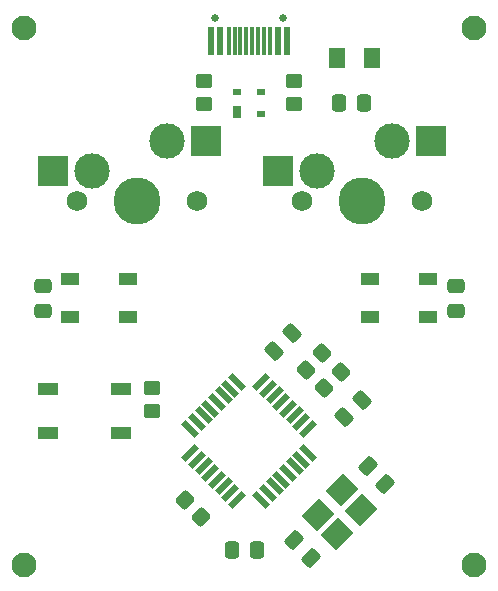
<source format=gbr>
%TF.GenerationSoftware,KiCad,Pcbnew,(6.0.7)*%
%TF.CreationDate,2022-09-12T20:58:16+12:00*%
%TF.ProjectId,ledusbc2key,6c656475-7362-4633-926b-65792e6b6963,rev?*%
%TF.SameCoordinates,Original*%
%TF.FileFunction,Soldermask,Bot*%
%TF.FilePolarity,Negative*%
%FSLAX46Y46*%
G04 Gerber Fmt 4.6, Leading zero omitted, Abs format (unit mm)*
G04 Created by KiCad (PCBNEW (6.0.7)) date 2022-09-12 20:58:16*
%MOMM*%
%LPD*%
G01*
G04 APERTURE LIST*
G04 Aperture macros list*
%AMRoundRect*
0 Rectangle with rounded corners*
0 $1 Rounding radius*
0 $2 $3 $4 $5 $6 $7 $8 $9 X,Y pos of 4 corners*
0 Add a 4 corners polygon primitive as box body*
4,1,4,$2,$3,$4,$5,$6,$7,$8,$9,$2,$3,0*
0 Add four circle primitives for the rounded corners*
1,1,$1+$1,$2,$3*
1,1,$1+$1,$4,$5*
1,1,$1+$1,$6,$7*
1,1,$1+$1,$8,$9*
0 Add four rect primitives between the rounded corners*
20,1,$1+$1,$2,$3,$4,$5,0*
20,1,$1+$1,$4,$5,$6,$7,0*
20,1,$1+$1,$6,$7,$8,$9,0*
20,1,$1+$1,$8,$9,$2,$3,0*%
%AMRotRect*
0 Rectangle, with rotation*
0 The origin of the aperture is its center*
0 $1 length*
0 $2 width*
0 $3 Rotation angle, in degrees counterclockwise*
0 Add horizontal line*
21,1,$1,$2,0,0,$3*%
G04 Aperture macros list end*
%ADD10C,1.750000*%
%ADD11C,3.000000*%
%ADD12C,3.987800*%
%ADD13R,2.550000X2.500000*%
%ADD14C,2.100000*%
%ADD15R,1.500000X1.000000*%
%ADD16RoundRect,0.250001X0.462499X0.624999X-0.462499X0.624999X-0.462499X-0.624999X0.462499X-0.624999X0*%
%ADD17RoundRect,0.250000X0.450000X-0.350000X0.450000X0.350000X-0.450000X0.350000X-0.450000X-0.350000X0*%
%ADD18RoundRect,0.250000X0.070711X-0.565685X0.565685X-0.070711X-0.070711X0.565685X-0.565685X0.070711X0*%
%ADD19RoundRect,0.250000X-0.565685X-0.070711X-0.070711X-0.565685X0.565685X0.070711X0.070711X0.565685X0*%
%ADD20RoundRect,0.250000X-0.475000X0.337500X-0.475000X-0.337500X0.475000X-0.337500X0.475000X0.337500X0*%
%ADD21RoundRect,0.250000X-0.574524X-0.097227X-0.097227X-0.574524X0.574524X0.097227X0.097227X0.574524X0*%
%ADD22R,0.700000X1.000000*%
%ADD23R,0.700000X0.600000*%
%ADD24RoundRect,0.250000X0.097227X-0.574524X0.574524X-0.097227X-0.097227X0.574524X-0.574524X0.097227X0*%
%ADD25R,1.800000X1.100000*%
%ADD26RotRect,1.600000X0.550000X135.000000*%
%ADD27RotRect,1.600000X0.550000X45.000000*%
%ADD28RoundRect,0.250000X0.574524X0.097227X0.097227X0.574524X-0.574524X-0.097227X-0.097227X-0.574524X0*%
%ADD29RoundRect,0.250000X-0.450000X0.350000X-0.450000X-0.350000X0.450000X-0.350000X0.450000X0.350000X0*%
%ADD30RotRect,2.100000X1.800000X45.000000*%
%ADD31C,0.650000*%
%ADD32R,0.600000X2.450000*%
%ADD33R,0.300000X2.450000*%
%ADD34RoundRect,0.250000X0.337500X0.475000X-0.337500X0.475000X-0.337500X-0.475000X0.337500X-0.475000X0*%
%ADD35RoundRect,0.250000X-0.070711X0.565685X-0.565685X0.070711X0.070711X-0.565685X0.565685X-0.070711X0*%
%ADD36RoundRect,0.250000X0.475000X-0.337500X0.475000X0.337500X-0.475000X0.337500X-0.475000X-0.337500X0*%
G04 APERTURE END LIST*
D10*
%TO.C,MX1*%
X132080000Y-79375000D03*
D11*
X133350000Y-76835000D03*
D10*
X142240000Y-79375000D03*
D12*
X137160000Y-79375000D03*
D11*
X139700000Y-74295000D03*
D13*
X130075000Y-76835000D03*
X143002000Y-74295000D03*
%TD*%
D14*
%TO.C,*%
X146685000Y-64770000D03*
%TD*%
%TO.C,REF\u002A\u002A*%
X108585000Y-64770000D03*
%TD*%
%TO.C,REF\u002A\u002A*%
X146685000Y-64770000D03*
%TD*%
%TO.C,REF\u002A\u002A*%
X146685000Y-110172500D03*
%TD*%
%TO.C,REF\u002A\u002A*%
X108585000Y-110172500D03*
%TD*%
D12*
%TO.C,MX2*%
X118110000Y-79375000D03*
D11*
X120650000Y-74295000D03*
D10*
X113030000Y-79375000D03*
D11*
X114300000Y-76835000D03*
D10*
X123190000Y-79375000D03*
D13*
X111025000Y-76835000D03*
X123952000Y-74295000D03*
%TD*%
D15*
%TO.C,D1*%
X112485000Y-89230000D03*
X112485000Y-86030000D03*
X117385000Y-86030000D03*
X117385000Y-89230000D03*
%TD*%
D16*
%TO.C,F1*%
X138012500Y-67310000D03*
X135037500Y-67310000D03*
%TD*%
D17*
%TO.C,R4*%
X123825000Y-71215000D03*
X123825000Y-69215000D03*
%TD*%
D18*
%TO.C,R3*%
X133985000Y-95250000D03*
X135399214Y-93835786D03*
%TD*%
D17*
%TO.C,R5*%
X131445000Y-71215000D03*
X131445000Y-69215000D03*
%TD*%
D19*
%TO.C,R6*%
X122165393Y-104702893D03*
X123579607Y-106117107D03*
%TD*%
D20*
%TO.C,C4*%
X145097500Y-86592500D03*
X145097500Y-88667500D03*
%TD*%
D21*
%TO.C,C3*%
X137664467Y-101850787D03*
X139131713Y-103318033D03*
%TD*%
D22*
%TO.C,U2*%
X126635000Y-71870000D03*
D23*
X126635000Y-70170000D03*
X128635000Y-70170000D03*
X128635000Y-72070000D03*
%TD*%
D24*
%TO.C,C8*%
X135692754Y-97669746D03*
X137160000Y-96202500D03*
%TD*%
D25*
%TO.C,SW1*%
X110565000Y-99005000D03*
X116765000Y-95305000D03*
X110565000Y-95305000D03*
X116765000Y-99005000D03*
%TD*%
D26*
%TO.C,U1*%
X132620103Y-100720305D03*
X132054417Y-101285990D03*
X131488732Y-101851676D03*
X130923047Y-102417361D03*
X130357361Y-102983047D03*
X129791676Y-103548732D03*
X129225990Y-104114417D03*
X128660305Y-104680103D03*
D27*
X126609695Y-104680103D03*
X126044010Y-104114417D03*
X125478324Y-103548732D03*
X124912639Y-102983047D03*
X124346953Y-102417361D03*
X123781268Y-101851676D03*
X123215583Y-101285990D03*
X122649897Y-100720305D03*
D26*
X122649897Y-98669695D03*
X123215583Y-98104010D03*
X123781268Y-97538324D03*
X124346953Y-96972639D03*
X124912639Y-96406953D03*
X125478324Y-95841268D03*
X126044010Y-95275583D03*
X126609695Y-94709897D03*
D27*
X128660305Y-94709897D03*
X129225990Y-95275583D03*
X129791676Y-95841268D03*
X130357361Y-96406953D03*
X130923047Y-96972639D03*
X131488732Y-97538324D03*
X132054417Y-98104010D03*
X132620103Y-98669695D03*
%TD*%
D28*
%TO.C,C2*%
X132880145Y-109604213D03*
X131412899Y-108136967D03*
%TD*%
D29*
%TO.C,R1*%
X119380000Y-95202500D03*
X119380000Y-97202500D03*
%TD*%
D24*
%TO.C,C1*%
X129758877Y-92075000D03*
X131226123Y-90607754D03*
%TD*%
D30*
%TO.C,Y1*%
X133416522Y-105939632D03*
X135467132Y-103889022D03*
X137093478Y-105515368D03*
X135042868Y-107565978D03*
%TD*%
D31*
%TO.C,USB1*%
X130525000Y-63895000D03*
X124745000Y-63895000D03*
D32*
X124410000Y-65840000D03*
X125185000Y-65840000D03*
D33*
X125885000Y-65840000D03*
X126385000Y-65840000D03*
X126885000Y-65840000D03*
X127385000Y-65840000D03*
X127885000Y-65840000D03*
X128385000Y-65840000D03*
X128885000Y-65840000D03*
X129385000Y-65840000D03*
D32*
X130085000Y-65840000D03*
X130860000Y-65840000D03*
%TD*%
D34*
%TO.C,C6*%
X137330000Y-71120000D03*
X135255000Y-71120000D03*
%TD*%
D35*
%TO.C,R2*%
X133811714Y-92248286D03*
X132397500Y-93662500D03*
%TD*%
D34*
%TO.C,C7*%
X128270000Y-108902500D03*
X126195000Y-108902500D03*
%TD*%
D36*
%TO.C,C5*%
X110172500Y-88667500D03*
X110172500Y-86592500D03*
%TD*%
D15*
%TO.C,D2*%
X142785000Y-86030000D03*
X142785000Y-89230000D03*
X137885000Y-89230000D03*
X137885000Y-86030000D03*
%TD*%
M02*

</source>
